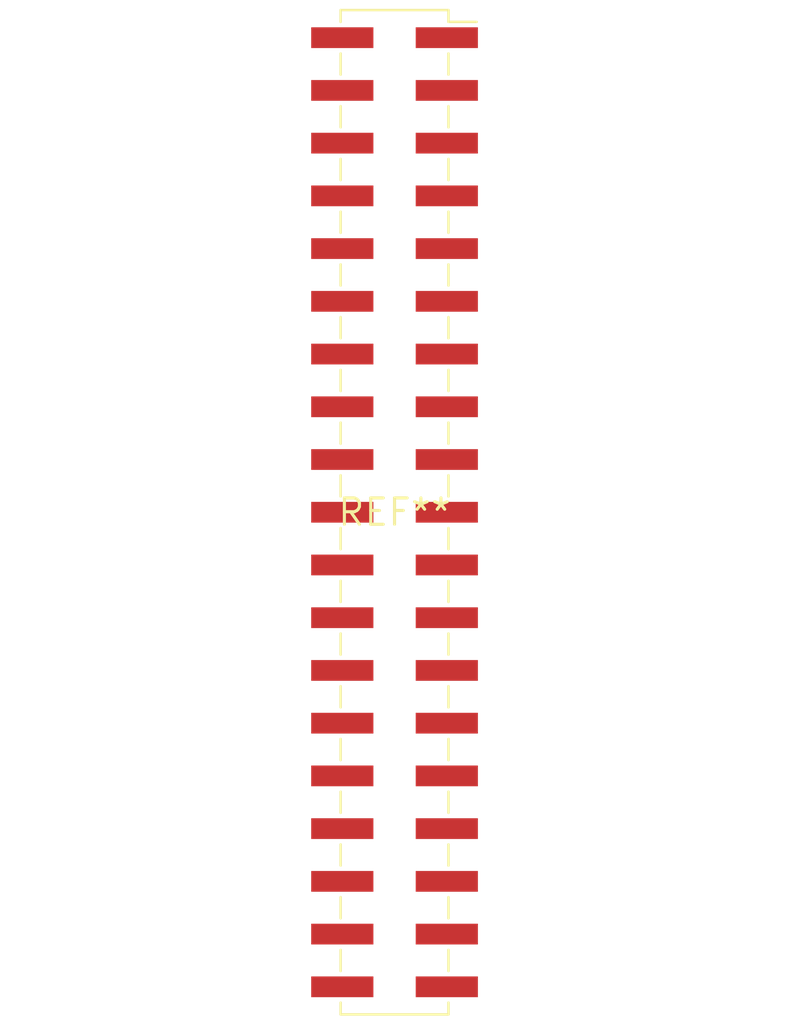
<source format=kicad_pcb>
(kicad_pcb (version 20240108) (generator pcbnew)
  (layers (0 "F.Cu" signal) (31 "B.Cu" signal) (34 "B.Paste" user) (35 "F.Paste" user) (36 "B.SilkS" user "B.Silkscreen") (37 "F.SilkS" user "F.Silkscreen") (38 "B.Mask" user) (39 "F.Mask" user) (44 "Edge.Cuts" user))
  (net 0 "")
  (footprint "PinSocket_2x19_P2.54mm_Vertical_SMD" (layer "F.Cu") (at 0 0)
    (property "Reference" "REF**")
    (property "Value" "PinSocket_2x19_P2.54mm_Vertical_SMD")
    (fp_line (start -2.6 -24.19) (end -2.6 -23.62) (layer "F.SilkS") (stroke (width 0.12)))
    (fp_line (start -2.6 -24.19) (end 2.6 -24.19) (layer "F.SilkS") (stroke (width 0.12)))
    (fp_line (start -2.6 -22.1) (end -2.6 -21.08) (layer "F.SilkS") (stroke (width 0.12)))
    (fp_line (start -2.6 -19.56) (end -2.6 -18.54) (layer "F.SilkS") (stroke (width 0.12)))
    (fp_line (start -2.6 -17.02) (end -2.6 -16) (layer "F.SilkS") (stroke (width 0.12)))
    (fp_line (start -2.6 -14.48) (end -2.6 -13.46) (layer "F.SilkS") (stroke (width 0.12)))
    (fp_line (start -2.6 -11.94) (end -2.6 -10.92) (layer "F.SilkS") (stroke (width 0.12)))
    (fp_line (start -2.6 -9.4) (end -2.6 -8.38) (layer "F.SilkS") (stroke (width 0.12)))
    (fp_line (start -2.6 -6.86) (end -2.6 -5.84) (layer "F.SilkS") (stroke (width 0.12)))
    (fp_line (start -2.6 -4.32) (end -2.6 -3.3) (layer "F.SilkS") (stroke (width 0.12)))
    (fp_line (start -2.6 -1.78) (end -2.6 -0.76) (layer "F.SilkS") (stroke (width 0.12)))
    (fp_line (start -2.6 0.76) (end -2.6 1.78) (layer "F.SilkS") (stroke (width 0.12)))
    (fp_line (start -2.6 3.3) (end -2.6 4.32) (layer "F.SilkS") (stroke (width 0.12)))
    (fp_line (start -2.6 5.84) (end -2.6 6.86) (layer "F.SilkS") (stroke (width 0.12)))
    (fp_line (start -2.6 8.38) (end -2.6 9.4) (layer "F.SilkS") (stroke (width 0.12)))
    (fp_line (start -2.6 10.92) (end -2.6 11.94) (layer "F.SilkS") (stroke (width 0.12)))
    (fp_line (start -2.6 13.46) (end -2.6 14.48) (layer "F.SilkS") (stroke (width 0.12)))
    (fp_line (start -2.6 16) (end -2.6 17.02) (layer "F.SilkS") (stroke (width 0.12)))
    (fp_line (start -2.6 18.54) (end -2.6 19.56) (layer "F.SilkS") (stroke (width 0.12)))
    (fp_line (start -2.6 21.08) (end -2.6 22.1) (layer "F.SilkS") (stroke (width 0.12)))
    (fp_line (start -2.6 23.62) (end -2.6 24.19) (layer "F.SilkS") (stroke (width 0.12)))
    (fp_line (start -2.6 24.19) (end 2.6 24.19) (layer "F.SilkS") (stroke (width 0.12)))
    (fp_line (start 2.6 -24.19) (end 2.6 -23.62) (layer "F.SilkS") (stroke (width 0.12)))
    (fp_line (start 2.6 -23.62) (end 3.96 -23.62) (layer "F.SilkS") (stroke (width 0.12)))
    (fp_line (start 2.6 -22.1) (end 2.6 -21.08) (layer "F.SilkS") (stroke (width 0.12)))
    (fp_line (start 2.6 -19.56) (end 2.6 -18.54) (layer "F.SilkS") (stroke (width 0.12)))
    (fp_line (start 2.6 -17.02) (end 2.6 -16) (layer "F.SilkS") (stroke (width 0.12)))
    (fp_line (start 2.6 -14.48) (end 2.6 -13.46) (layer "F.SilkS") (stroke (width 0.12)))
    (fp_line (start 2.6 -11.94) (end 2.6 -10.92) (layer "F.SilkS") (stroke (width 0.12)))
    (fp_line (start 2.6 -9.4) (end 2.6 -8.38) (layer "F.SilkS") (stroke (width 0.12)))
    (fp_line (start 2.6 -6.86) (end 2.6 -5.84) (layer "F.SilkS") (stroke (width 0.12)))
    (fp_line (start 2.6 -4.32) (end 2.6 -3.3) (layer "F.SilkS") (stroke (width 0.12)))
    (fp_line (start 2.6 -1.78) (end 2.6 -0.76) (layer "F.SilkS") (stroke (width 0.12)))
    (fp_line (start 2.6 0.76) (end 2.6 1.78) (layer "F.SilkS") (stroke (width 0.12)))
    (fp_line (start 2.6 3.3) (end 2.6 4.32) (layer "F.SilkS") (stroke (width 0.12)))
    (fp_line (start 2.6 5.84) (end 2.6 6.86) (layer "F.SilkS") (stroke (width 0.12)))
    (fp_line (start 2.6 8.38) (end 2.6 9.4) (layer "F.SilkS") (stroke (width 0.12)))
    (fp_line (start 2.6 10.92) (end 2.6 11.94) (layer "F.SilkS") (stroke (width 0.12)))
    (fp_line (start 2.6 13.46) (end 2.6 14.48) (layer "F.SilkS") (stroke (width 0.12)))
    (fp_line (start 2.6 16) (end 2.6 17.02) (layer "F.SilkS") (stroke (width 0.12)))
    (fp_line (start 2.6 18.54) (end 2.6 19.56) (layer "F.SilkS") (stroke (width 0.12)))
    (fp_line (start 2.6 21.08) (end 2.6 22.1) (layer "F.SilkS") (stroke (width 0.12)))
    (fp_line (start 2.6 23.62) (end 2.6 24.19) (layer "F.SilkS") (stroke (width 0.12)))
    (pad "1" smd rect (at 2.52 -22.86) (size 3 1) (layers "F.Cu" "F.Paste" "F.Mask"))
    (pad "2" smd rect (at -2.52 -22.86) (size 3 1) (layers "F.Cu" "F.Paste" "F.Mask"))
    (pad "3" smd rect (at 2.52 -20.32) (size 3 1) (layers "F.Cu" "F.Paste" "F.Mask"))
    (pad "4" smd rect (at -2.52 -20.32) (size 3 1) (layers "F.Cu" "F.Paste" "F.Mask"))
    (pad "5" smd rect (at 2.52 -17.78) (size 3 1) (layers "F.Cu" "F.Paste" "F.Mask"))
    (pad "6" smd rect (at -2.52 -17.78) (size 3 1) (layers "F.Cu" "F.Paste" "F.Mask"))
    (pad "7" smd rect (at 2.52 -15.24) (size 3 1) (layers "F.Cu" "F.Paste" "F.Mask"))
    (pad "8" smd rect (at -2.52 -15.24) (size 3 1) (layers "F.Cu" "F.Paste" "F.Mask"))
    (pad "9" smd rect (at 2.52 -12.7) (size 3 1) (layers "F.Cu" "F.Paste" "F.Mask"))
    (pad "10" smd rect (at -2.52 -12.7) (size 3 1) (layers "F.Cu" "F.Paste" "F.Mask"))
    (pad "11" smd rect (at 2.52 -10.16) (size 3 1) (layers "F.Cu" "F.Paste" "F.Mask"))
    (pad "12" smd rect (at -2.52 -10.16) (size 3 1) (layers "F.Cu" "F.Paste" "F.Mask"))
    (pad "13" smd rect (at 2.52 -7.62) (size 3 1) (layers "F.Cu" "F.Paste" "F.Mask"))
    (pad "14" smd rect (at -2.52 -7.62) (size 3 1) (layers "F.Cu" "F.Paste" "F.Mask"))
    (pad "15" smd rect (at 2.52 -5.08) (size 3 1) (layers "F.Cu" "F.Paste" "F.Mask"))
    (pad "16" smd rect (at -2.52 -5.08) (size 3 1) (layers "F.Cu" "F.Paste" "F.Mask"))
    (pad "17" smd rect (at 2.52 -2.54) (size 3 1) (layers "F.Cu" "F.Paste" "F.Mask"))
    (pad "18" smd rect (at -2.52 -2.54) (size 3 1) (layers "F.Cu" "F.Paste" "F.Mask"))
    (pad "19" smd rect (at 2.52 0) (size 3 1) (layers "F.Cu" "F.Paste" "F.Mask"))
    (pad "20" smd rect (at -2.52 0) (size 3 1) (layers "F.Cu" "F.Paste" "F.Mask"))
    (pad "21" smd rect (at 2.52 2.54) (size 3 1) (layers "F.Cu" "F.Paste" "F.Mask"))
    (pad "22" smd rect (at -2.52 2.54) (size 3 1) (layers "F.Cu" "F.Paste" "F.Mask"))
    (pad "23" smd rect (at 2.52 5.08) (size 3 1) (layers "F.Cu" "F.Paste" "F.Mask"))
    (pad "24" smd rect (at -2.52 5.08) (size 3 1) (layers "F.Cu" "F.Paste" "F.Mask"))
    (pad "25" smd rect (at 2.52 7.62) (size 3 1) (layers "F.Cu" "F.Paste" "F.Mask"))
    (pad "26" smd rect (at -2.52 7.62) (size 3 1) (layers "F.Cu" "F.Paste" "F.Mask"))
    (pad "27" smd rect (at 2.52 10.16) (size 3 1) (layers "F.Cu" "F.Paste" "F.Mask"))
    (pad "28" smd rect (at -2.52 10.16) (size 3 1) (layers "F.Cu" "F.Paste" "F.Mask"))
    (pad "29" smd rect (at 2.52 12.7) (size 3 1) (layers "F.Cu" "F.Paste" "F.Mask"))
    (pad "30" smd rect (at -2.52 12.7) (size 3 1) (layers "F.Cu" "F.Paste" "F.Mask"))
    (pad "31" smd rect (at 2.52 15.24) (size 3 1) (layers "F.Cu" "F.Paste" "F.Mask"))
    (pad "32" smd rect (at -2.52 15.24) (size 3 1) (layers "F.Cu" "F.Paste" "F.Mask"))
    (pad "33" smd rect (at 2.52 17.78) (size 3 1) (layers "F.Cu" "F.Paste" "F.Mask"))
    (pad "34" smd rect (at -2.52 17.78) (size 3 1) (layers "F.Cu" "F.Paste" "F.Mask"))
    (pad "35" smd rect (at 2.52 20.32) (size 3 1) (layers "F.Cu" "F.Paste" "F.Mask"))
    (pad "36" smd rect (at -2.52 20.32) (size 3 1) (layers "F.Cu" "F.Paste" "F.Mask"))
    (pad "37" smd rect (at 2.52 22.86) (size 3 1) (layers "F.Cu" "F.Paste" "F.Mask"))
    (pad "38" smd rect (at -2.52 22.86) (size 3 1) (layers "F.Cu" "F.Paste" "F.Mask"))
  )
)
</source>
